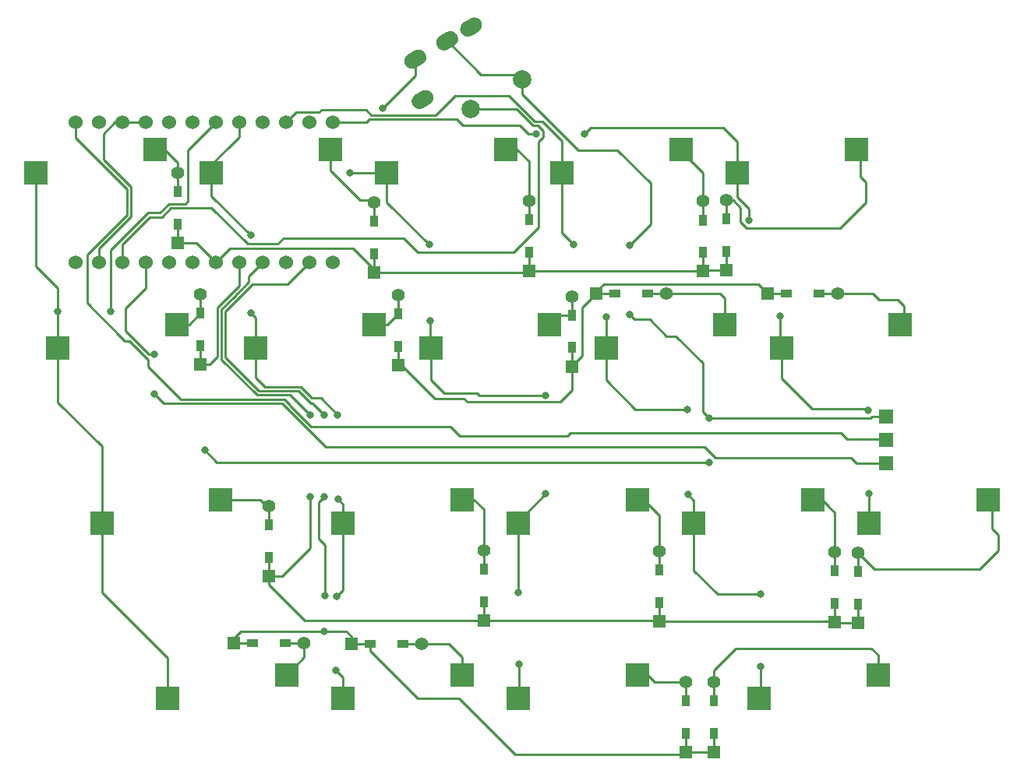
<source format=gbl>
G04 #@! TF.GenerationSoftware,KiCad,Pcbnew,(5.1.6-0-10_14)*
G04 #@! TF.CreationDate,2022-08-31T17:49:11+09:00*
G04 #@! TF.ProjectId,cool936,636f6f6c-3933-4362-9e6b-696361645f70,rev?*
G04 #@! TF.SameCoordinates,Original*
G04 #@! TF.FileFunction,Copper,L2,Bot*
G04 #@! TF.FilePolarity,Positive*
%FSLAX46Y46*%
G04 Gerber Fmt 4.6, Leading zero omitted, Abs format (unit mm)*
G04 Created by KiCad (PCBNEW (5.1.6-0-10_14)) date 2022-08-31 17:49:11*
%MOMM*%
%LPD*%
G01*
G04 APERTURE LIST*
G04 #@! TA.AperFunction,SMDPad,CuDef*
%ADD10R,2.550000X2.500000*%
G04 #@! TD*
G04 #@! TA.AperFunction,ComponentPad*
%ADD11C,1.397000*%
G04 #@! TD*
G04 #@! TA.AperFunction,ComponentPad*
%ADD12R,1.397000X1.397000*%
G04 #@! TD*
G04 #@! TA.AperFunction,SMDPad,CuDef*
%ADD13R,0.950000X1.300000*%
G04 #@! TD*
G04 #@! TA.AperFunction,SMDPad,CuDef*
%ADD14R,1.300000X0.950000*%
G04 #@! TD*
G04 #@! TA.AperFunction,ComponentPad*
%ADD15C,1.524000*%
G04 #@! TD*
G04 #@! TA.AperFunction,SMDPad,CuDef*
%ADD16R,1.524000X1.524000*%
G04 #@! TD*
G04 #@! TA.AperFunction,ComponentPad*
%ADD17C,2.000000*%
G04 #@! TD*
G04 #@! TA.AperFunction,ViaPad*
%ADD18C,0.800000*%
G04 #@! TD*
G04 #@! TA.AperFunction,Conductor*
%ADD19C,0.250000*%
G04 #@! TD*
G04 APERTURE END LIST*
G04 #@! TA.AperFunction,ComponentPad*
G36*
G01*
X69513526Y17822531D02*
X68820706Y17422531D01*
G75*
G02*
X67659584Y17733653I-425000J736122D01*
G01*
X67659584Y17733653D01*
G75*
G02*
X67970706Y18894775I736122J425000D01*
G01*
X68663526Y19294775D01*
G75*
G02*
X69824648Y18983653I425000J-736122D01*
G01*
X69824648Y18983653D01*
G75*
G02*
X69513526Y17822531I-736122J-425000D01*
G01*
G37*
G04 #@! TD.AperFunction*
G04 #@! TA.AperFunction,ComponentPad*
G36*
G01*
X66915450Y16322531D02*
X66222630Y15922531D01*
G75*
G02*
X65061508Y16233653I-425000J736122D01*
G01*
X65061508Y16233653D01*
G75*
G02*
X65372630Y17394775I736122J425000D01*
G01*
X66065450Y17794775D01*
G75*
G02*
X67226572Y17483653I425000J-736122D01*
G01*
X67226572Y17483653D01*
G75*
G02*
X66915450Y16322531I-736122J-425000D01*
G01*
G37*
G04 #@! TD.AperFunction*
G04 #@! TA.AperFunction,ComponentPad*
G36*
G01*
X63451348Y14322531D02*
X62758528Y13922531D01*
G75*
G02*
X61597406Y14233653I-425000J736122D01*
G01*
X61597406Y14233653D01*
G75*
G02*
X61908528Y15394775I736122J425000D01*
G01*
X62601348Y15794775D01*
G75*
G02*
X63762470Y15483653I425000J-736122D01*
G01*
X63762470Y15483653D01*
G75*
G02*
X63451348Y14322531I-736122J-425000D01*
G01*
G37*
G04 #@! TD.AperFunction*
G04 #@! TA.AperFunction,ComponentPad*
G36*
G01*
X64252310Y9935225D02*
X63559490Y9535225D01*
G75*
G02*
X62398368Y9846347I-425000J736122D01*
G01*
X62398368Y9846347D01*
G75*
G02*
X62709490Y11007469I736122J425000D01*
G01*
X63402310Y11407469D01*
G75*
G02*
X64563432Y11096347I425000J-736122D01*
G01*
X64563432Y11096347D01*
G75*
G02*
X64252310Y9935225I-736122J-425000D01*
G01*
G37*
G04 #@! TD.AperFunction*
D10*
X92927500Y-35560000D03*
X105854500Y-33020000D03*
D11*
X36880000Y2470000D03*
D12*
X36880000Y-5150000D03*
D13*
X36880000Y-3115000D03*
X36880000Y435000D03*
D11*
X108220000Y-38760000D03*
D12*
X108220000Y-46380000D03*
D13*
X108220000Y-44345000D03*
X108220000Y-40795000D03*
X110750000Y-40825000D03*
X110750000Y-44375000D03*
D12*
X110750000Y-46410000D03*
D11*
X110750000Y-38790000D03*
X89960000Y-10620000D03*
D12*
X82340000Y-10620000D03*
D14*
X84375000Y-10620000D03*
X87925000Y-10620000D03*
D11*
X70160000Y-38570000D03*
D12*
X70160000Y-46190000D03*
D13*
X70160000Y-44155000D03*
X70160000Y-40605000D03*
D15*
X25772000Y7991400D03*
X28312000Y7991400D03*
X30852000Y7991400D03*
X33392000Y7991400D03*
X35932000Y7991400D03*
X38472000Y7991400D03*
X41012000Y7991400D03*
X43552000Y7991400D03*
X46092000Y7991400D03*
X48632000Y7991400D03*
X51172000Y7991400D03*
X53712000Y7991400D03*
X53712000Y-7228600D03*
X51172000Y-7228600D03*
X48632000Y-7228600D03*
X46092000Y-7228600D03*
X43552000Y-7228600D03*
X41012000Y-7228600D03*
X38472000Y-7228600D03*
X35932000Y-7228600D03*
X33392000Y-7228600D03*
X30852000Y-7228600D03*
X28312000Y-7228600D03*
X25772000Y-7228600D03*
D10*
X59590000Y2540000D03*
X72517000Y5080000D03*
X100071500Y-54610000D03*
X112998500Y-52070000D03*
D11*
X63340000Y-48730000D03*
D12*
X55720000Y-48730000D03*
D14*
X57755000Y-48730000D03*
X61305000Y-48730000D03*
D11*
X96480000Y-500000D03*
D12*
X96480000Y-8120000D03*
D13*
X96480000Y-6085000D03*
X96480000Y-2535000D03*
D11*
X75040000Y-560000D03*
D12*
X75040000Y-8180000D03*
D13*
X75040000Y-6145000D03*
X75040000Y-2595000D03*
D16*
X113790000Y-23990000D03*
X113790000Y-26530000D03*
X113790000Y-29070000D03*
D11*
X50590000Y-48660000D03*
D12*
X42970000Y-48660000D03*
D14*
X45005000Y-48660000D03*
X48555000Y-48660000D03*
D11*
X39350000Y-10710000D03*
D12*
X39350000Y-18330000D03*
D13*
X39350000Y-16295000D03*
X39350000Y-12745000D03*
D17*
X74324583Y12685000D03*
X68695417Y9435000D03*
D11*
X60810000Y-10770000D03*
D12*
X60810000Y-18390000D03*
D13*
X60810000Y-16355000D03*
X60810000Y-12805000D03*
D10*
X97690000Y2540000D03*
X110617000Y5080000D03*
X54827500Y-35560000D03*
X67754500Y-33020000D03*
X73877500Y-54610000D03*
X86804500Y-52070000D03*
X45302500Y-16510000D03*
X58229500Y-13970000D03*
D11*
X89230000Y-38610000D03*
D12*
X89230000Y-46230000D03*
D13*
X89230000Y-44195000D03*
X89230000Y-40645000D03*
D14*
X106515000Y-10620000D03*
X102965000Y-10620000D03*
D12*
X100930000Y-10620000D03*
D11*
X108550000Y-10620000D03*
D10*
X78640000Y2540000D03*
X91567000Y5080000D03*
D11*
X95100000Y-52870000D03*
D12*
X95100000Y-60490000D03*
D13*
X95100000Y-58455000D03*
X95100000Y-54905000D03*
D11*
X92090000Y-52870000D03*
D12*
X92090000Y-60490000D03*
D13*
X92090000Y-58455000D03*
X92090000Y-54905000D03*
D11*
X93900000Y-590000D03*
D12*
X93900000Y-8210000D03*
D13*
X93900000Y-6175000D03*
X93900000Y-2625000D03*
D10*
X102452500Y-16510000D03*
X115379500Y-13970000D03*
X64352500Y-16510000D03*
X77279500Y-13970000D03*
X83402500Y-16510000D03*
X96329500Y-13970000D03*
X35777500Y-54610000D03*
X48704500Y-52070000D03*
X111977500Y-35560000D03*
X124904500Y-33020000D03*
X73877500Y-35560000D03*
X86804500Y-33020000D03*
D11*
X58200000Y-700000D03*
D12*
X58200000Y-8320000D03*
D13*
X58200000Y-6285000D03*
X58200000Y-2735000D03*
D10*
X40540000Y2540000D03*
X53467000Y5080000D03*
D11*
X46790000Y-33730000D03*
D12*
X46790000Y-41350000D03*
D13*
X46790000Y-39315000D03*
X46790000Y-35765000D03*
D10*
X23871000Y-16510000D03*
X36798000Y-13970000D03*
X21490000Y2540000D03*
X34417000Y5080000D03*
D11*
X79720000Y-10920000D03*
D12*
X79720000Y-18540000D03*
D13*
X79720000Y-16505000D03*
X79720000Y-12955000D03*
D10*
X54827500Y-54610000D03*
X67754500Y-52070000D03*
X28634000Y-35560000D03*
X41561000Y-33020000D03*
D18*
X51230000Y-23860000D03*
X51270000Y-32720000D03*
X52870000Y-43480000D03*
X52790000Y-32720000D03*
X52790000Y-23800000D03*
X52820000Y-47370000D03*
X85960000Y-12940000D03*
X94640000Y-24170000D03*
X94640000Y-28970000D03*
X39810000Y-27680000D03*
X85960000Y-5340000D03*
X59140000Y9550000D03*
X34320000Y-21550000D03*
X34320000Y-17200000D03*
X29600000Y-12530000D03*
X23871000Y-12529000D03*
X54070000Y-51600000D03*
X44840000Y-12780000D03*
X44790000Y-4250000D03*
X54270000Y-32970000D03*
X54220000Y-23800000D03*
X54130000Y-43540000D03*
X64220000Y-5290000D03*
X64290000Y-13600000D03*
X76870000Y-32410000D03*
X76800000Y-21700000D03*
X73900000Y-43150000D03*
X73960000Y-50910000D03*
X55590000Y2540000D03*
X79900000Y-5250000D03*
X100240000Y-43320000D03*
X92300000Y-32490000D03*
X92240000Y-23210000D03*
X100240000Y-51190000D03*
X83420000Y-13130000D03*
X75850000Y6760000D03*
X111920000Y-23310000D03*
X102290000Y-13110000D03*
X111940000Y-32410000D03*
X98950000Y-2670000D03*
X81040000Y6730000D03*
D19*
X36880000Y2470000D02*
X36880000Y435000D01*
X36880000Y3633000D02*
X36195000Y4318000D01*
X34417000Y4693000D02*
X34417000Y5080000D01*
X36880000Y2470000D02*
X36880000Y3633000D01*
X35433000Y5080000D02*
X36195000Y4318000D01*
X36880000Y2230000D02*
X36880000Y195000D01*
X34417000Y5080000D02*
X35433000Y5080000D01*
X58200000Y-700000D02*
X58200000Y-2735000D01*
X56640000Y-450000D02*
X53467000Y2723000D01*
X53467000Y2723000D02*
X53467000Y5080000D01*
X57950000Y-450000D02*
X58200000Y-700000D01*
X56640000Y-450000D02*
X57950000Y-450000D01*
X58200000Y-700000D02*
X58200000Y-510000D01*
X72517000Y5080000D02*
X73710000Y5080000D01*
X75040000Y3750000D02*
X75040000Y-560000D01*
X75040000Y-560000D02*
X75040000Y-2595000D01*
X73710000Y5080000D02*
X75040000Y3750000D01*
X93900000Y-2625000D02*
X93900000Y-590000D01*
X93900000Y2510000D02*
X91567000Y4843000D01*
X93900000Y-590000D02*
X93900000Y2510000D01*
X91567000Y4843000D02*
X91567000Y5080000D01*
X108850000Y-3480000D02*
X110340000Y-1990000D01*
X110340000Y-1990000D02*
X110350000Y-1990000D01*
X111630000Y1480002D02*
X111055001Y2055001D01*
X111055001Y2055001D02*
X111055001Y4641999D01*
X111630000Y-710000D02*
X111630000Y1480002D01*
X110350000Y-1990000D02*
X111630000Y-710000D01*
X96480000Y-500000D02*
X96480000Y-2535000D01*
X98040000Y-2833002D02*
X98686998Y-3480000D01*
X97200000Y-500000D02*
X98040000Y-1340000D01*
X111055001Y4641999D02*
X110617000Y5080000D01*
X98686998Y-3480000D02*
X108850000Y-3480000D01*
X98040000Y-1340000D02*
X98040000Y-2833002D01*
X96480000Y-500000D02*
X97200000Y-500000D01*
X60810000Y-10770000D02*
X60810000Y-12805000D01*
X59645000Y-13970000D02*
X60810000Y-12805000D01*
X58229500Y-13970000D02*
X59645000Y-13970000D01*
X78294500Y-12955000D02*
X77279500Y-13970000D01*
X79720000Y-10920000D02*
X79720000Y-12955000D01*
X79720000Y-12955000D02*
X78294500Y-12955000D01*
X96329500Y-11119500D02*
X96329500Y-13970000D01*
X95830000Y-10620000D02*
X96329500Y-11119500D01*
X87925000Y-10620000D02*
X89960000Y-10620000D01*
X89960000Y-10620000D02*
X95830000Y-10620000D01*
X115810000Y-12000000D02*
X115810000Y-13539500D01*
X112380000Y-10620000D02*
X113050000Y-11290000D01*
X113050000Y-11290000D02*
X115100000Y-11290000D01*
X106515000Y-10620000D02*
X108550000Y-10620000D01*
X115810000Y-13539500D02*
X115379500Y-13970000D01*
X115100000Y-11290000D02*
X115810000Y-12000000D01*
X108550000Y-10620000D02*
X112380000Y-10620000D01*
X69080000Y-33020000D02*
X70160000Y-34100000D01*
X67754500Y-33020000D02*
X69080000Y-33020000D01*
X70160000Y-34100000D02*
X70160000Y-38570000D01*
X70160000Y-38570000D02*
X70160000Y-40605000D01*
X87480000Y-33020000D02*
X86804500Y-33020000D01*
X89230000Y-38610000D02*
X89230000Y-34770000D01*
X89230000Y-40645000D02*
X89230000Y-38610000D01*
X89230000Y-34770000D02*
X87480000Y-33020000D01*
X105854500Y-33020000D02*
X106870500Y-33020000D01*
X106870500Y-33020000D02*
X107632500Y-33782000D01*
X108220000Y-34440000D02*
X108220000Y-38760000D01*
X106800000Y-33020000D02*
X108220000Y-34440000D01*
X105854500Y-33020000D02*
X106800000Y-33020000D01*
X108220000Y-40795000D02*
X108220000Y-38760000D01*
X110750000Y-38790000D02*
X112570000Y-40610000D01*
X126010000Y-36894998D02*
X125342501Y-36227499D01*
X112570000Y-40610000D02*
X123990000Y-40610000D01*
X123990000Y-40610000D02*
X126010000Y-38590000D01*
X125342501Y-33458001D02*
X124904500Y-33020000D01*
X125342501Y-36227499D02*
X125342501Y-33458001D01*
X126010000Y-38590000D02*
X126010000Y-36894998D01*
X110750000Y-38790000D02*
X110750000Y-40825000D01*
X50590000Y-50184500D02*
X48704500Y-52070000D01*
X50590000Y-48660000D02*
X50590000Y-50184500D01*
X48555000Y-48660000D02*
X50590000Y-48660000D01*
X67754500Y-50164500D02*
X66320000Y-48730000D01*
X67754500Y-52070000D02*
X67754500Y-50164500D01*
X61305000Y-48730000D02*
X63340000Y-48730000D01*
X63340000Y-48730000D02*
X66320000Y-48730000D01*
X86804500Y-52070000D02*
X87920000Y-52070000D01*
X92090000Y-52870000D02*
X88720000Y-52870000D01*
X87920000Y-52070000D02*
X88720000Y-52870000D01*
X92090000Y-54905000D02*
X92090000Y-52870000D01*
X39350000Y-10710000D02*
X39350000Y-12745000D01*
X36798000Y-13970000D02*
X38125000Y-13970000D01*
X38125000Y-13970000D02*
X39350000Y-12745000D01*
X36798000Y-13970000D02*
X37790000Y-13970000D01*
X45830000Y-33020000D02*
X46540000Y-33730000D01*
X46540000Y-33730000D02*
X46790000Y-33730000D01*
X46790000Y-33730000D02*
X46790000Y-35765000D01*
X41561000Y-33020000D02*
X45830000Y-33020000D01*
X95100000Y-51570000D02*
X97480000Y-49190000D01*
X95100000Y-52870000D02*
X95100000Y-51570000D01*
X112998500Y-49948500D02*
X112998500Y-52070000D01*
X112240000Y-49190000D02*
X112998500Y-49948500D01*
X95100000Y-54905000D02*
X95100000Y-52870000D01*
X97480000Y-49190000D02*
X112240000Y-49190000D01*
X42500600Y-5740000D02*
X43020000Y-5740000D01*
X58200000Y-8000000D02*
X58200000Y-8320000D01*
X55940000Y-5740000D02*
X58200000Y-8000000D01*
X74900000Y-8320000D02*
X75040000Y-8180000D01*
X41012000Y-7228600D02*
X42500600Y-5740000D01*
X41092000Y-6852000D02*
X41108000Y-6852000D01*
X41092000Y-7758600D02*
X41092000Y-6852000D01*
X75040000Y-6145000D02*
X75040000Y-8180000D01*
X36880000Y-3355000D02*
X36880000Y-5390000D01*
X58200000Y-8320000D02*
X74900000Y-8320000D01*
X36880000Y-5150000D02*
X38933400Y-5150000D01*
X93990000Y-8120000D02*
X93900000Y-8210000D01*
X58200000Y-6285000D02*
X58200000Y-8320000D01*
X42870600Y-5740000D02*
X43020000Y-5740000D01*
X96480000Y-8120000D02*
X93990000Y-8120000D01*
X39741700Y-5958300D02*
X41012000Y-7228600D01*
X43020000Y-5740000D02*
X43390000Y-5740000D01*
X38933400Y-5150000D02*
X39741700Y-5958300D01*
X93690000Y-8210000D02*
X93660000Y-8180000D01*
X96480000Y-8120000D02*
X96480000Y-6085000D01*
X39173400Y-5390000D02*
X39741700Y-5958300D01*
X75040000Y-8180000D02*
X93660000Y-8180000D01*
X93900000Y-8210000D02*
X93690000Y-8210000D01*
X93900000Y-8210000D02*
X93900000Y-6175000D01*
X43390000Y-5740000D02*
X55940000Y-5740000D01*
X82340000Y-10620000D02*
X82340000Y-10410000D01*
X99906499Y-9596499D02*
X100930000Y-10620000D01*
X82340000Y-10410000D02*
X83153501Y-9596499D01*
X83153501Y-9596499D02*
X99906499Y-9596499D01*
X64791795Y-22028205D02*
X64086795Y-21323205D01*
X67981795Y-22028205D02*
X64791795Y-22028205D01*
X79720000Y-21140000D02*
X78434999Y-22425001D01*
X78434999Y-22425001D02*
X68378591Y-22425001D01*
X79720000Y-18540000D02*
X79720000Y-21140000D01*
X68378591Y-22425001D02*
X67981795Y-22028205D01*
X100930000Y-10620000D02*
X102965000Y-10620000D01*
X82340000Y-10620000D02*
X80827499Y-12132501D01*
X43552000Y-7228600D02*
X43552000Y-9742190D01*
X41160000Y-12134190D02*
X41160000Y-12630000D01*
X82340000Y-10620000D02*
X84375000Y-10620000D01*
X43552000Y-9742190D02*
X41160000Y-12134190D01*
X60810000Y-18390000D02*
X61153590Y-18390000D01*
X61153590Y-18390000D02*
X64086795Y-21323205D01*
X64086795Y-21323205D02*
X64086795Y-21326795D01*
X79720000Y-16505000D02*
X79720000Y-18540000D01*
X64086795Y-21326795D02*
X64790000Y-22030000D01*
X79720000Y-18490000D02*
X80827499Y-17382501D01*
X79720000Y-18540000D02*
X79720000Y-18490000D01*
X39350000Y-18330000D02*
X40300000Y-18330000D01*
X80827499Y-12132501D02*
X80827499Y-17382501D01*
X40300000Y-18330000D02*
X41160000Y-17470000D01*
X60810000Y-16355000D02*
X60810000Y-18390000D01*
X41160000Y-17470000D02*
X41160000Y-12134190D01*
X39350000Y-16295000D02*
X39350000Y-18330000D01*
X70160000Y-46190000D02*
X89190000Y-46190000D01*
X89190000Y-46190000D02*
X89230000Y-46230000D01*
X110750000Y-44375000D02*
X110750000Y-46410000D01*
X108220000Y-46380000D02*
X108220000Y-44345000D01*
X48220000Y-41350000D02*
X51270000Y-38300000D01*
X70160000Y-44155000D02*
X70160000Y-46190000D01*
X46790000Y-42320000D02*
X50660000Y-46190000D01*
X46092000Y-7228600D02*
X44537000Y-8783600D01*
X44537000Y-9393600D02*
X42925300Y-11005300D01*
X50660000Y-46190000D02*
X70160000Y-46190000D01*
X46790000Y-41350000D02*
X46790000Y-42320000D01*
X89230000Y-46230000D02*
X108070000Y-46230000D01*
X45481451Y-21654271D02*
X41610010Y-17782830D01*
X49044271Y-21654271D02*
X45481451Y-21654271D01*
X50810000Y-23420000D02*
X49044271Y-21654271D01*
X50810000Y-23440000D02*
X50810000Y-23420000D01*
X41610010Y-17782830D02*
X41610010Y-12320590D01*
X51230000Y-23860000D02*
X50810000Y-23440000D01*
X41610010Y-12320590D02*
X42925300Y-11005300D01*
X46790000Y-39315000D02*
X46790000Y-41350000D01*
X110750000Y-46410000D02*
X108250000Y-46410000D01*
X108250000Y-46410000D02*
X108220000Y-46380000D01*
X108070000Y-46230000D02*
X108220000Y-46380000D01*
X43325300Y-10605300D02*
X42925300Y-11005300D01*
X89230000Y-44195000D02*
X89230000Y-46230000D01*
X46790000Y-41350000D02*
X48220000Y-41350000D01*
X51270000Y-38300000D02*
X51270000Y-32720000D01*
X44537000Y-8783600D02*
X44537000Y-9393600D01*
X52870000Y-38000000D02*
X52870000Y-43480000D01*
X55190000Y-47370000D02*
X55720000Y-47900000D01*
X50027851Y-21204261D02*
X45667851Y-21204261D01*
X45667851Y-21204261D02*
X44601795Y-20138205D01*
X51540000Y-22550000D02*
X52790000Y-23800000D01*
X45071795Y-20608205D02*
X44601795Y-20138205D01*
X44601795Y-20138205D02*
X42060020Y-17596430D01*
X51373590Y-22550000D02*
X50027851Y-21204261D01*
X51540000Y-22550000D02*
X51373590Y-22550000D01*
X52820000Y-47370000D02*
X55190000Y-47370000D01*
X57755000Y-49455000D02*
X62970000Y-54670000D01*
X52190000Y-37320000D02*
X52870000Y-38000000D01*
X91840000Y-60740000D02*
X92090000Y-60490000D01*
X44852491Y-20388901D02*
X45071795Y-20608205D01*
X52190000Y-33320000D02*
X52190000Y-37320000D01*
X55720000Y-47900000D02*
X55720000Y-48730000D01*
X92090000Y-58455000D02*
X92090000Y-60490000D01*
X46430000Y-9580000D02*
X46270000Y-9580000D01*
X46270000Y-9580000D02*
X44987010Y-9580000D01*
X44987010Y-9612990D02*
X42060020Y-12539980D01*
X46650600Y-9580000D02*
X46430000Y-9580000D01*
X95100000Y-60490000D02*
X95100000Y-58455000D01*
X42970000Y-48120000D02*
X43720000Y-47370000D01*
X51172000Y-7228600D02*
X48820600Y-9580000D01*
X52790000Y-32720000D02*
X52190000Y-33320000D01*
X42060020Y-17596430D02*
X42060020Y-17219980D01*
X48820600Y-9580000D02*
X46270000Y-9580000D01*
X45005000Y-48660000D02*
X42970000Y-48660000D01*
X57755000Y-48730000D02*
X57755000Y-49455000D01*
X62970000Y-54670000D02*
X67440000Y-54670000D01*
X92090000Y-60490000D02*
X95100000Y-60490000D01*
X73510000Y-60740000D02*
X91840000Y-60740000D01*
X44987010Y-9580000D02*
X44987010Y-9612990D01*
X42970000Y-48660000D02*
X42970000Y-48120000D01*
X67440000Y-54670000D02*
X73510000Y-60740000D01*
X43720000Y-47370000D02*
X52820000Y-47370000D01*
X55720000Y-48730000D02*
X57755000Y-48730000D01*
X42060020Y-12539980D02*
X42060020Y-17219980D01*
X86479251Y-13459251D02*
X88200749Y-13459251D01*
X89980749Y-15239251D02*
X91009251Y-15239251D01*
X88200749Y-13459251D02*
X89980749Y-15239251D01*
X91009251Y-15239251D02*
X93950749Y-18180749D01*
X93950749Y-23480749D02*
X94640000Y-24170000D01*
X93950749Y-18180749D02*
X93950749Y-23480749D01*
X85960000Y-12940000D02*
X86479251Y-13459251D01*
X88230000Y-3070000D02*
X85960000Y-5340000D01*
X30295398Y7701400D02*
X30932000Y7701400D01*
X28312000Y-7228600D02*
X28312000Y-5718000D01*
X28312000Y-5718000D02*
X28690000Y-5340000D01*
X28392000Y-5638000D02*
X28690000Y-5340000D01*
X30852000Y7991400D02*
X33392000Y7991400D01*
X30011400Y7991400D02*
X30852000Y7991400D01*
X28789999Y6769999D02*
X30011400Y7991400D01*
X28793999Y3959999D02*
X28789999Y3959999D01*
X28690000Y-5340000D02*
X31810000Y-2220000D01*
X31810000Y-2220000D02*
X31810000Y943998D01*
X31810000Y943998D02*
X28793999Y3959999D01*
X28789999Y3959999D02*
X28789999Y6769999D01*
X39810000Y-27680000D02*
X41100000Y-28970000D01*
X41100000Y-28970000D02*
X67140000Y-28970000D01*
X67140000Y-28970000D02*
X94640000Y-28970000D01*
X113790000Y-23990000D02*
X113744999Y-24035001D01*
X74324583Y12685000D02*
X74324583Y11015417D01*
X74324583Y11015417D02*
X80350000Y4990000D01*
X73839583Y13170000D02*
X74324583Y12685000D01*
X84610000Y4990000D02*
X88230000Y1370000D01*
X66144040Y16858653D02*
X69832693Y13170000D01*
X80350000Y4990000D02*
X84610000Y4990000D01*
X69832693Y13170000D02*
X73839583Y13170000D01*
X88230000Y1370000D02*
X88230000Y-3070000D01*
X112150000Y-24170000D02*
X112284999Y-24035001D01*
X94640000Y-24170000D02*
X112150000Y-24170000D01*
X113744999Y-24035001D02*
X112284999Y-24035001D01*
X31170999Y-14670999D02*
X31170999Y-12259001D01*
X31170999Y-12259001D02*
X33392000Y-10038000D01*
X33392000Y-10038000D02*
X33392000Y-7228600D01*
X33700000Y-17200000D02*
X31170999Y-14670999D01*
X34320000Y-17200000D02*
X33700000Y-17200000D01*
X62679938Y14858653D02*
X62679938Y13089938D01*
X62679938Y13089938D02*
X59140000Y9550000D01*
X94083002Y-27340000D02*
X95262992Y-28519990D01*
X65070000Y-27340000D02*
X94083002Y-27340000D01*
X110610000Y-29070000D02*
X113790000Y-29070000D01*
X52990588Y-27330000D02*
X65060000Y-27330000D01*
X65060000Y-27330000D02*
X65070000Y-27340000D01*
X34320000Y-21550000D02*
X35324291Y-22554291D01*
X48214879Y-22554291D02*
X52990588Y-27330000D01*
X35324291Y-22554291D02*
X48214879Y-22554291D01*
X95262992Y-28519990D02*
X110059990Y-28519990D01*
X110059990Y-28519990D02*
X110610000Y-29070000D01*
X33649499Y-18550501D02*
X37203279Y-22104281D01*
X33649499Y-18550501D02*
X33649499Y-17785909D01*
X31654603Y-15791013D02*
X31128987Y-15791013D01*
X33649499Y-17785909D02*
X31654603Y-15791013D01*
X30720990Y-15383016D02*
X31128987Y-15791013D01*
X25772000Y7991400D02*
X25772000Y6341588D01*
X109640000Y-26430000D02*
X109590000Y-26480000D01*
X25852000Y6261588D02*
X25986794Y6126794D01*
X25772000Y6341588D02*
X25986794Y6126794D01*
X109590000Y-26480000D02*
X113740000Y-26480000D01*
X113740000Y-26480000D02*
X113790000Y-26530000D01*
X100860000Y-25780000D02*
X100700000Y-25780000D01*
X108890000Y-25780000D02*
X109590000Y-26480000D01*
X67540000Y-26140000D02*
X79210000Y-26140000D01*
X100700000Y-25780000D02*
X108890000Y-25780000D01*
X51376998Y-25080000D02*
X66480000Y-25080000D01*
X66480000Y-25080000D02*
X67540000Y-26140000D01*
X49100000Y-22730000D02*
X49100000Y-22803002D01*
X49100000Y-22803002D02*
X51376998Y-25080000D01*
X37203279Y-22104281D02*
X48474281Y-22104281D01*
X48474281Y-22104281D02*
X49100000Y-22730000D01*
X79570000Y-25780000D02*
X100700000Y-25780000D01*
X79210000Y-26140000D02*
X79570000Y-25780000D01*
X27020000Y-11670002D02*
X30720990Y-15370992D01*
X31359990Y-2033600D02*
X27020000Y-6373590D01*
X30707588Y1410000D02*
X31359990Y757598D01*
X25986794Y6126794D02*
X30703588Y1410000D01*
X27020000Y-6373590D02*
X27020000Y-11670002D01*
X30703588Y1410000D02*
X30707588Y1410000D01*
X30720990Y-15370992D02*
X30720990Y-15383016D01*
X31359990Y757598D02*
X31359990Y-2033600D01*
X34960009Y-1859991D02*
X35960000Y-860000D01*
X33643599Y-1859991D02*
X34960009Y-1859991D01*
X29600000Y-5903590D02*
X33643599Y-1859991D01*
X29600000Y-12530000D02*
X29600000Y-5903590D01*
X28634000Y-27204000D02*
X28634000Y-35560000D01*
X23871000Y-22441000D02*
X28634000Y-27204000D01*
X23871000Y-10071000D02*
X23871000Y-12529000D01*
X21490000Y2540000D02*
X21490000Y-7690000D01*
X37964999Y4574399D02*
X37964999Y3915001D01*
X28634000Y-35560000D02*
X28634000Y-43114000D01*
X37680000Y-860000D02*
X37964999Y-575001D01*
X37964999Y-575001D02*
X37964999Y3915001D01*
X23871000Y-16510000D02*
X23871000Y-22441000D01*
X35777500Y-50257500D02*
X35777500Y-54610000D01*
X41012000Y7991400D02*
X37964999Y4944399D01*
X35960000Y-860000D02*
X37680000Y-860000D01*
X37964999Y4944399D02*
X37964999Y3915001D01*
X28634000Y-43114000D02*
X35777500Y-50257500D01*
X23871000Y-12529000D02*
X23871000Y-16510000D01*
X21490000Y-7690000D02*
X23871000Y-10071000D01*
X46324251Y-20754251D02*
X45302500Y-19732500D01*
X45302500Y-18517500D02*
X45302500Y-16510000D01*
X45302500Y-19732500D02*
X45302500Y-18517500D01*
X54220000Y-23800000D02*
X52410000Y-21990000D01*
X52410000Y-21990000D02*
X51450000Y-21990000D01*
X51450000Y-21990000D02*
X50214251Y-20754251D01*
X50214251Y-20754251D02*
X46324251Y-20754251D01*
X40540000Y3400000D02*
X40540000Y2540000D01*
X43552000Y6412000D02*
X42505000Y5365000D01*
X54270000Y-32970000D02*
X54827500Y-33527500D01*
X44840000Y-12780000D02*
X45302500Y-13242500D01*
X40540000Y2540000D02*
X40540000Y1110000D01*
X44790000Y-4250000D02*
X40540000Y0D01*
X40540000Y0D02*
X40540000Y1110000D01*
X45302500Y-13242500D02*
X45302500Y-16510000D01*
X54070000Y-51600000D02*
X54827500Y-52357500D01*
X43552000Y7991400D02*
X43552000Y6412000D01*
X54827500Y-35560000D02*
X54827500Y-42842500D01*
X54827500Y-42842500D02*
X54130000Y-43540000D01*
X54827500Y-33527500D02*
X54827500Y-35560000D01*
X42505000Y5365000D02*
X40540000Y3400000D01*
X54827500Y-52357500D02*
X54827500Y-54610000D01*
X64352500Y-16510000D02*
X64352500Y-20027500D01*
X69630000Y-21700000D02*
X76800000Y-21700000D01*
X65805000Y-21480000D02*
X69410000Y-21480000D01*
X69410000Y-21480000D02*
X69630000Y-21700000D01*
X64352500Y-20027500D02*
X65805000Y-21480000D01*
X76870000Y-32410000D02*
X73877500Y-35402500D01*
X59590000Y2540000D02*
X55590000Y2540000D01*
X73877500Y-35402500D02*
X73877500Y-35560000D01*
X59590000Y2540000D02*
X59590000Y-690000D01*
X73960000Y-50910000D02*
X73960000Y-54527500D01*
X64290000Y-13600000D02*
X64290000Y-16447500D01*
X73877500Y-35560000D02*
X73877500Y-43127500D01*
X64290000Y-16447500D02*
X64352500Y-16510000D01*
X73960000Y-54527500D02*
X73877500Y-54610000D01*
X73877500Y-43127500D02*
X73900000Y-43150000D01*
X64190000Y-5290000D02*
X64220000Y-5290000D01*
X59590000Y-690000D02*
X64190000Y-5290000D01*
X83402500Y-16482500D02*
X83402500Y-16510000D01*
X86560000Y-23210000D02*
X92240000Y-23210000D01*
X83420000Y-13130000D02*
X83420000Y-16492500D01*
X100240000Y-54441500D02*
X100071500Y-54610000D01*
X48632000Y7991400D02*
X49719001Y9078401D01*
X100240000Y-51190000D02*
X100240000Y-54441500D01*
X92927500Y-40727500D02*
X95520000Y-43320000D01*
X83402500Y-20052500D02*
X86560000Y-23210000D01*
X78640000Y-3990000D02*
X79900000Y-5250000D01*
X52474190Y9320000D02*
X57340000Y9320000D01*
X92927500Y-33117500D02*
X92927500Y-35560000D01*
X64928999Y8798999D02*
X67040000Y10910000D01*
X78640000Y2540000D02*
X78640000Y-3990000D01*
X92300000Y-32490000D02*
X92927500Y-33117500D01*
X78640000Y5960000D02*
X78640000Y2540000D01*
X95520000Y-43320000D02*
X100240000Y-43320000D01*
X52367095Y9212905D02*
X52474190Y9320000D01*
X49719001Y9078401D02*
X52232591Y9078401D01*
X52232591Y9078401D02*
X52367095Y9212905D01*
X76490001Y8109999D02*
X78640000Y5960000D01*
X83402500Y-16510000D02*
X83402500Y-20052500D01*
X92927500Y-35560000D02*
X92927500Y-40727500D01*
X67040000Y10910000D02*
X72840000Y10910000D01*
X72840000Y10910000D02*
X75640001Y8109999D01*
X57861001Y8798999D02*
X64928999Y8798999D01*
X57340000Y9320000D02*
X57861001Y8798999D01*
X83420000Y-16492500D02*
X83402500Y-16510000D01*
X75640001Y8109999D02*
X76490001Y8109999D01*
X102290000Y-13110000D02*
X102290000Y-16347500D01*
X97690000Y840000D02*
X97690000Y2540000D01*
X102452500Y-19832500D02*
X105790000Y-23170000D01*
X81715001Y7405001D02*
X93115001Y7405001D01*
X102452500Y-16510000D02*
X102452500Y-19832500D01*
X57674601Y8348989D02*
X67184016Y8348989D01*
X111940000Y-32410000D02*
X111940000Y-35522500D01*
X97690000Y2540000D02*
X97690000Y5890000D01*
X67873016Y7659989D02*
X74060011Y7659989D01*
X96174999Y7405001D02*
X93115001Y7405001D01*
X102290000Y-16347500D02*
X102452500Y-16510000D01*
X97690000Y-120000D02*
X97690000Y840000D01*
X57317012Y7991400D02*
X57674601Y8348989D01*
X67184016Y8348989D02*
X67873016Y7659989D01*
X97690000Y5890000D02*
X96174999Y7405001D01*
X74960000Y6760000D02*
X75850000Y6760000D01*
X93115001Y7405001D02*
X94684999Y7405001D01*
X53712000Y7991400D02*
X57317012Y7991400D01*
X98950000Y-2670000D02*
X98950000Y-1380000D01*
X111780000Y-23170000D02*
X111920000Y-23310000D01*
X81040000Y6730000D02*
X81715001Y7405001D01*
X98950000Y-1380000D02*
X97690000Y-120000D01*
X105790000Y-23170000D02*
X111780000Y-23170000D01*
X74060011Y7659989D02*
X74960000Y6760000D01*
X111940000Y-35522500D02*
X111977500Y-35560000D01*
X30852000Y-7228600D02*
X30852000Y-5288000D01*
X61420000Y-4570000D02*
X62970000Y-6120000D01*
X76063501Y-3411497D02*
X76063501Y-226499D01*
X33830000Y-2310000D02*
X35146410Y-2310000D01*
X31450000Y-4690000D02*
X33830000Y-2310000D01*
X76575001Y7108001D02*
X76023013Y7659989D01*
X73678590Y9435000D02*
X68695417Y9435000D01*
X47710000Y-5230000D02*
X48370000Y-4570000D01*
X30932000Y-5208000D02*
X31450000Y-4690000D01*
X38699980Y-1320000D02*
X40540000Y-1320000D01*
X36146400Y-1310010D02*
X38689990Y-1310010D01*
X38689990Y-1310010D02*
X38699980Y-1320000D01*
X62970000Y-6120000D02*
X73354998Y-6120000D01*
X76063501Y-226499D02*
X76064999Y-225001D01*
X76023013Y7659989D02*
X75453600Y7659990D01*
X30852000Y-5288000D02*
X31450000Y-4690000D01*
X35146410Y-2310000D02*
X36146400Y-1310010D01*
X40540000Y-1320000D02*
X44450000Y-5230000D01*
X73354998Y-6120000D02*
X76063501Y-3411497D01*
X75453600Y7659990D02*
X73678590Y9435000D01*
X48370000Y-4570000D02*
X61420000Y-4570000D01*
X44450000Y-5230000D02*
X47710000Y-5230000D01*
X76575001Y6411999D02*
X76575001Y7108001D01*
X76064999Y5901997D02*
X76575001Y6411999D01*
X76064999Y-225001D02*
X76064999Y5901997D01*
M02*

</source>
